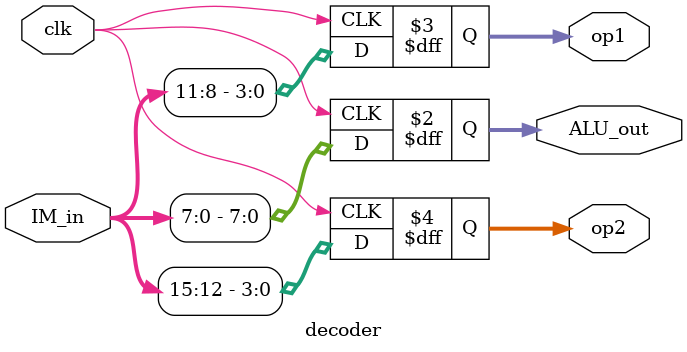
<source format=v>
`timescale 1ns / 1ps
module decoder(
input [15:0] IM_in,
input clk,
output reg[7:0] ALU_out,
output reg[3:0] op1,
output reg[3:0] op2
    );
	 reg [15:0] temp;

	

always @ (posedge clk)
begin
temp[15:0] = IM_in[15:0];
ALU_out [7:0] = temp [7:0];
op1 [3:0] = temp [11:8];
op2 [3:0] = temp [15:12];
end	 


endmodule

</source>
